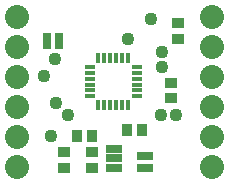
<source format=gts>
G75*
%MOIN*%
%OFA0B0*%
%FSLAX24Y24*%
%IPPOS*%
%LPD*%
%AMOC8*
5,1,8,0,0,1.08239X$1,22.5*
%
%ADD10R,0.0178X0.0375*%
%ADD11R,0.0375X0.0178*%
%ADD12R,0.0414X0.0336*%
%ADD13R,0.0336X0.0414*%
%ADD14R,0.0560X0.0310*%
%ADD15R,0.0310X0.0560*%
%ADD16C,0.0800*%
%ADD17C,0.0436*%
D10*
X004199Y003092D03*
X004396Y003092D03*
X004593Y003092D03*
X004790Y003092D03*
X004987Y003092D03*
X005183Y003092D03*
X005183Y004667D03*
X004987Y004667D03*
X004790Y004667D03*
X004593Y004667D03*
X004396Y004667D03*
X004199Y004667D03*
D11*
X003904Y004371D03*
X003904Y004174D03*
X003904Y003978D03*
X003904Y003781D03*
X003904Y003584D03*
X003904Y003387D03*
X005479Y003387D03*
X005479Y003584D03*
X005479Y003781D03*
X005479Y003978D03*
X005479Y004174D03*
X005479Y004371D03*
D12*
X006629Y003841D03*
X006629Y003329D03*
X006866Y005306D03*
X006866Y005817D03*
X003982Y001526D03*
X003982Y001014D03*
X003050Y001013D03*
X003050Y001524D03*
D13*
X003472Y002078D03*
X003984Y002078D03*
X005150Y002274D03*
X005662Y002274D03*
D14*
X004727Y001640D03*
X004727Y001320D03*
X004727Y001000D03*
X005757Y000994D03*
X005757Y001394D03*
D15*
X002869Y005232D03*
X002469Y005232D03*
D16*
X001500Y001045D03*
X001500Y002045D03*
X001500Y003045D03*
X001500Y004045D03*
X001500Y005045D03*
X001500Y006045D03*
X008000Y006045D03*
X008000Y005045D03*
X008000Y004045D03*
X008000Y003045D03*
X008000Y002045D03*
X008000Y001045D03*
D17*
X006770Y002756D03*
X006290Y002757D03*
X006320Y004377D03*
X006330Y004854D03*
X005179Y005309D03*
X005965Y005957D03*
X002746Y004643D03*
X002393Y004057D03*
X002780Y003150D03*
X003174Y002780D03*
X002622Y002077D03*
M02*

</source>
